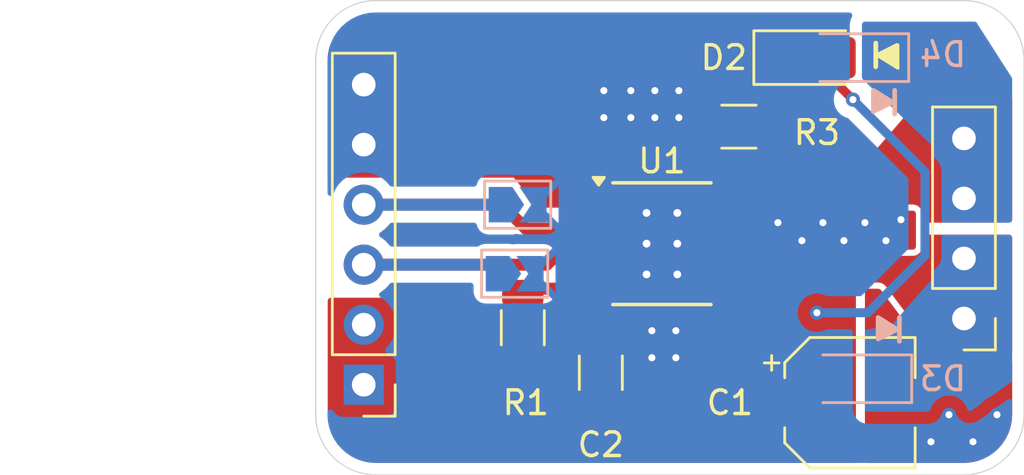
<source format=kicad_pcb>
(kicad_pcb (version 20240108) (generator "pcbnew") (generator_version "8.0")
  (layers (0 "F.Cu" signal) (31 "B.Cu" signal) (34 "B.Paste" user) (35 "F.Paste" user) (36 "B.SilkS" user "B.Silkscreen") (37 "F.SilkS" user "F.Silkscreen") (38 "B.Mask" user) (39 "F.Mask" user) (44 "Edge.Cuts" user))
  (net 0 "")
  (net 1 "GND")
  (net 2 "/DRV_C2")
  (net 3 "/DRV_C1")
  (net 4 "Net-(U1-ILIM)")
  (net 5 "/VM")
  (net 6 "Net-(D2-K)")
  (net 7 "Net-(D3-A1)")
  (net 8 "Net-(D4-A1)")
  (footprint "Capacitor_SMD:C_1206_3216Metric" (layer "F.Cu") (at 12.065 15.748 90)
    (property "Reference" "C2" (at -3.048 0 180) (layer "F.SilkS"))
    (property "Value" "47uF 50V" (hide yes))
    (fp_line (start -0.711252 -0.91) (end 0.711252 -0.91) (stroke (width 0.12)) (layer "F.SilkS"))
    (fp_line (start -0.711252 0.91) (end 0.711252 0.91) (stroke (width 0.12)) (layer "F.SilkS"))
    (pad "1" smd roundrect (at -1.475 0 90) (size 1.15 1.8) (layers "F.Cu" "F.Paste" "F.Mask") (roundrect_rratio 0.217391) (net 5 "/VM"))
    (pad "2" smd roundrect (at 1.475 0 90) (size 1.15 1.8) (layers "F.Cu" "F.Paste" "F.Mask") (roundrect_rratio 0.217391) (net 1 "GND"))
  )
  (footprint "Connector_PinHeader_2.54mm:PinHeader_1x04_P2.54mm_Vertical" (layer "F.Cu") (at 27.432 13.452 180)
    (property "Reference" "J4" (hide yes))
    (property "Value" "PINHD_1x4_Male" (hide yes))
    (fp_line (start 1.33 1.27) (end 1.33 8.95) (stroke (width 0.12)) (layer "F.SilkS"))
    (fp_line (start -1.33 8.95) (end 1.33 8.95) (stroke (width 0.12)) (layer "F.SilkS"))
    (fp_line (start -1.33 1.27) (end 1.33 1.27) (stroke (width 0.12)) (layer "F.SilkS"))
    (fp_line (start -1.33 1.27) (end -1.33 8.95) (stroke (width 0.12)) (layer "F.SilkS"))
    (fp_line (start -1.33 0) (end -1.33 -1.33) (stroke (width 0.12)) (layer "F.SilkS"))
    (fp_line (start -1.33 -1.33) (end 0 -1.33) (stroke (width 0.12)) (layer "F.SilkS"))
    (pad "1" thru_hole rect (at 0 0 180) (size 1.7 1.7) (drill 1) (layers "*.Cu" "*.Mask") (net 7 "Net-(D3-A1)"))
    (pad "2" thru_hole oval (at 0 2.54 180) (size 1.7 1.7) (drill 1) (layers "*.Cu" "*.Mask") (net 7 "Net-(D3-A1)"))
    (pad "3" thru_hole oval (at 0 5.08 180) (size 1.7 1.7) (drill 1) (layers "*.Cu" "*.Mask") (net 8 "Net-(D4-A1)"))
    (pad "4" thru_hole oval (at 0 7.62 180) (size 1.7 1.7) (drill 1) (layers "*.Cu" "*.Mask") (net 8 "Net-(D4-A1)"))
  )
  (footprint "Package_SO:Texas_HTSOP-8-1EP_3.9x4.9mm_P1.27mm_EP2.95x4.9mm_Mask2.4x3.1mm_ThermalVias" (layer "F.Cu") (at 14.651 10.287)
    (property "Reference" "U1" (at 0 -3.5 0) (layer "F.SilkS"))
    (property "Value" "DRV8871DDA" (hide yes))
    (fp_line (start -2.075 -2.575) (end 2.075 -2.575) (stroke (width 0.15)) (layer "F.SilkS"))
    (fp_line (start -2.075 2.575) (end 2.075 2.575) (stroke (width 0.15)) (layer "F.SilkS"))
    (fp_poly (pts (xy -2.675 -2.475) (xy -2.915 -2.805) (xy -2.435 -2.805) (xy -2.675 -2.475)) (stroke (width 0.12)) (fill solid) (layer "F.SilkS"))
    (pad "1" smd rect (at -2.875 -1.905) (size 2.2 0.5) (layers "F.Cu" "F.Paste" "F.Mask") (net 1 "GND"))
    (pad "2" smd rect (at -2.875 -0.635) (size 2.2 0.5) (layers "F.Cu" "F.Paste" "F.Mask") (net 2 "/DRV_C2"))
    (pad "3" smd rect (at -2.875 0.635) (size 2.2 0.5) (layers "F.Cu" "F.Paste" "F.Mask") (net 3 "/DRV_C1"))
    (pad "4" smd rect (at -2.875 1.905) (size 2.2 0.5) (layers "F.Cu" "F.Paste" "F.Mask") (net 4 "Net-(U1-ILIM)"))
    (pad "5" smd rect (at 2.875 1.905) (size 2.2 0.5) (layers "F.Cu" "F.Paste" "F.Mask") (net 5 "/VM"))
    (pad "6" smd rect (at 2.875 0.635) (size 2.2 0.5) (layers "F.Cu" "F.Paste" "F.Mask") (net 7 "Net-(D3-A1)"))
    (pad "7" smd rect (at 2.875 -0.635) (size 2.2 0.5) (layers "F.Cu" "F.Paste" "F.Mask") (net 1 "GND"))
    (pad "8" smd rect (at 2.875 -1.905) (size 2.2 0.5) (layers "F.Cu" "F.Paste" "F.Mask") (net 8 "Net-(D4-A1)"))
    (pad "9" thru_hole circle (at -0.65 -1.3) (size 0.63 0.63) (drill 0.33) (layers "*.Cu" "*.Mask") (net 1 "GND"))
    (pad "9" thru_hole circle (at -0.65 0) (size 0.63 0.63) (drill 0.33) (layers "*.Cu" "*.Mask") (net 1 "GND"))
    (pad "9" thru_hole circle (at -0.65 1.3) (size 0.63 0.63) (drill 0.33) (layers "*.Cu" "*.Mask") (net 1 "GND"))
    (pad "9" smd rect (at 0 0) (size 2.6 3.3) (layers "B.Cu") (net 1 "GND"))
    (pad "9" smd rect (at 0 0) (size 2.95 4.9) (layers "F.Cu") (net 1 "GND"))
    (pad "9" thru_hole circle (at 0.65 -1.3) (size 0.63 0.63) (drill 0.33) (layers "*.Cu" "*.Mask") (net 1 "GND"))
    (pad "9" thru_hole circle (at 0.65 0) (size 0.63 0.63) (drill 0.33) (layers "*.Cu" "*.Mask") (net 1 "GND"))
    (pad "9" thru_hole circle (at 0.65 1.3) (size 0.63 0.63) (drill 0.33) (layers "*.Cu" "*.Mask") (net 1 "GND"))
  )
  (footprint "Connector_PinHeader_2.54mm:PinHeader_1x06_P2.54mm_Vertical" (layer "F.Cu") (at 2.032 16.256 180)
    (property "Reference" "J6" (hide yes))
    (property "Value" "PINHD_1x6_Male" (hide yes))
    (fp_line (start 1.33 1.27) (end 1.33 14.03) (stroke (width 0.12)) (layer "F.SilkS"))
    (fp_line (start -1.33 14.03) (end 1.33 14.03) (stroke (width 0.12)) (layer "F.SilkS"))
    (fp_line (start -1.33 1.27) (end 1.33 1.27) (stroke (width 0.12)) (layer "F.SilkS"))
    (fp_line (start -1.33 1.27) (end -1.33 14.03) (stroke (width 0.12)) (layer "F.SilkS"))
    (fp_line (start -1.33 0) (end -1.33 -1.33) (stroke (width 0.12)) (layer "F.SilkS"))
    (fp_line (start -1.33 -1.33) (end 0 -1.33) (stroke (width 0.12)) (layer "F.SilkS"))
    (pad "1" thru_hole rect (at 0 0 180) (size 1.7 1.7) (drill 1) (layers "*.Cu" "*.Mask") (net 5 "/VM"))
    (pad "2" thru_hole oval (at 0 2.54 180) (size 1.7 1.7) (drill 1) (layers "*.Cu" "*.Mask") (net 5 "/VM"))
    (pad "3" thru_hole oval (at 0 5.08 180) (size 1.7 1.7) (drill 1) (layers "*.Cu" "*.Mask") (net 3 "/DRV_C1"))
    (pad "4" thru_hole oval (at 0 7.62 180) (size 1.7 1.7) (drill 1) (layers "*.Cu" "*.Mask") (net 2 "/DRV_C2"))
    (pad "5" thru_hole oval (at 0 10.16 180) (size 1.7 1.7) (drill 1) (layers "*.Cu" "*.Mask") (net 1 "GND"))
    (pad "6" thru_hole oval (at 0 12.7 180) (size 1.7 1.7) (drill 1) (layers "*.Cu" "*.Mask") (net 1 "GND"))
  )
  (footprint "LED_SMD:LED_1206_3216Metric" (layer "F.Cu") (at 20.825 2.413)
    (property "Reference" "D2" (at -3.553 0 0) (layer "F.SilkS"))
    (property "Value" "LED")
    (fp_line (start -2.285 -1.135) (end -2.285 1.135) (stroke (width 0.12)) (layer "F.SilkS"))
    (fp_line (start -2.285 1.135) (end 1.6 1.135) (stroke (width 0.12)) (layer "F.SilkS"))
    (fp_line (start 1.6 -1.135) (end -2.285 -1.135) (stroke (width 0.12)) (layer "F.SilkS"))
    (pad "1" smd roundrect (at -1.4 0) (size 1.25 1.75) (layers "F.Cu" "F.Paste" "F.Mask") (roundrect_rratio 0.2) (net 6 "Net-(D2-K)"))
    (pad "2" smd roundrect (at 1.4 0) (size 1.25 1.75) (layers "F.Cu" "F.Paste" "F.Mask") (roundrect_rratio 0.2) (net 5 "/VM"))
  )
  (footprint "Capacitor_SMD:CP_Elec_5x5.3" (layer "F.Cu") (at 22.606 17.018)
    (property "Reference" "C1" (at -5.08 0 0) (layer "F.SilkS"))
    (property "Value" "0.1uF 50V" (hide yes))
    (fp_line (start -3.625 -1.685) (end -3 -1.685) (stroke (width 0.12)) (layer "F.SilkS"))
    (fp_line (start -3.3125 -1.9975) (end -3.3125 -1.3725) (stroke (width 0.12)) (layer "F.SilkS"))
    (fp_line (start -2.76 -1.695563) (end -2.76 -1.06) (stroke (width 0.12)) (layer "F.SilkS"))
    (fp_line (start -2.76 -1.695563) (end -1.695563 -2.76) (stroke (width 0.12)) (layer "F.SilkS"))
    (fp_line (start -2.76 1.695563) (end -2.76 1.06) (stroke (width 0.12)) (layer "F.SilkS"))
    (fp_line (start -2.76 1.695563) (end -1.695563 2.76) (stroke (width 0.12)) (layer "F.SilkS"))
    (fp_line (start -1.695563 -2.76) (end 2.76 -2.76) (stroke (width 0.12)) (layer "F.SilkS"))
    (fp_line (start -1.695563 2.76) (end 2.76 2.76) (stroke (width 0.12)) (layer "F.SilkS"))
    (fp_line (start 2.76 -2.76) (end 2.76 -1.06) (stroke (width 0.12)) (layer "F.SilkS"))
    (fp_line (start 2.76 2.76) (end 2.76 1.06) (stroke (width 0.12)) (layer "F.SilkS"))
    (pad "1" smd roundrect (at -2.2 0) (size 3 1.6) (layers "F.Cu" "F.Paste" "F.Mask") (roundrect_rratio 0.15625) (net 5 "/VM"))
    (pad "2" smd roundrect (at 2.2 0) (size 3 1.6) (layers "F.Cu" "F.Paste" "F.Mask") (roundrect_rratio 0.15625) (net 1 "GND"))
  )
  (footprint "Resistor_SMD:R_1206_3216Metric" (layer "F.Cu") (at 17.907 5.334 180)
    (property "Reference" "R3" (at -3.302 -0.254 0) (layer "F.SilkS"))
    (property "Value" "1k" (hide yes))
    (fp_line (start -0.727064 0.91) (end 0.727064 0.91) (stroke (width 0.12)) (layer "F.SilkS"))
    (fp_line (start -0.727064 -0.91) (end 0.727064 -0.91) (stroke (width 0.12)) (layer "F.SilkS"))
    (pad "1" smd roundrect (at -1.4625 0 180) (size 1.125 1.75) (layers "F.Cu" "F.Paste" "F.Mask") (roundrect_rratio 0.222222) (net 6 "Net-(D2-K)"))
    (pad "2" smd roundrect (at 1.4625 0 180) (size 1.125 1.75) (layers "F.Cu" "F.Paste" "F.Mask") (roundrect_rratio 0.222222) (net 1 "GND"))
  )
  (footprint "Resistor_SMD:R_1206_3216Metric" (layer "F.Cu") (at 8.763 13.843 -90)
    (property "Reference" "R1" (at 3.175 -0.127 180) (layer "F.SilkS"))
    (property "Value" "32k")
    (fp_line (start -0.727064 0.91) (end 0.727064 0.91) (stroke (width 0.12)) (layer "F.SilkS"))
    (fp_line (start -0.727064 -0.91) (end 0.727064 -0.91) (stroke (width 0.12)) (layer "F.SilkS"))
    (pad "1" smd roundrect (at -1.4625 0 270) (size 1.125 1.75) (layers "F.Cu" "F.Paste" "F.Mask") (roundrect_rratio 0.222222) (net 4 "Net-(U1-ILIM)"))
    (pad "2" smd roundrect (at 1.4625 0 270) (size 1.125 1.75) (layers "F.Cu" "F.Paste" "F.Mask") (roundrect_rratio 0.222222) (net 1 "GND"))
  )
  (footprint "Diode_SMD:D_SMF" (layer "B.Cu") (at 22.86 16.002 180)
    (property "Reference" "D3" (at -3.683 0 0) (layer "B.SilkS") (effects (justify mirror)))
    (property "Value" "SMF15A" (hide yes))
    (fp_line (start 1.4 1.01) (end -2.36 1.01) (stroke (width 0.12)) (layer "B.SilkS"))
    (fp_line (start 1.4 -1.01) (end -2.36 -1.01) (stroke (width 0.12)) (layer "B.SilkS"))
    (fp_line (start -2.36 -1.01) (end -2.36 1.01) (stroke (width 0.12)) (layer "B.SilkS"))
    (pad "1" smd roundrect (at -1.45 0 180) (size 1.3 1.4) (layers "B.Cu" "B.Paste" "B.Mask") (roundrect_rratio 0.1923076923) (net 7 "Net-(D3-A1)"))
    (pad "2" smd roundrect (at 1.45 0 180) (size 1.3 1.4) (layers "B.Cu" "B.Paste" "B.Mask") (roundrect_rratio 0.1923076923) (net 1 "GND"))
  )
  (footprint "Diode_SMD:D_SMF" (layer "B.Cu") (at 22.733 2.413 180)
    (property "Reference" "D4" (at -3.81 0.127 0) (layer "B.SilkS") (effects (justify mirror)))
    (property "Value" "SMF15A" (hide yes))
    (fp_line (start 1.4 1.01) (end -2.36 1.01) (stroke (width 0.12)) (layer "B.SilkS"))
    (fp_line (start 1.4 -1.01) (end -2.36 -1.01) (stroke (width 0.12)) (layer "B.SilkS"))
    (fp_line (start -2.36 -1.01) (end -2.36 1.01) (stroke (width 0.12)) (layer "B.SilkS"))
    (pad "1" smd roundrect (at -1.45 0 180) (size 1.3 1.4) (layers "B.Cu" "B.Paste" "B.Mask") (roundrect_rratio 0.1923076923) (net 8 "Net-(D4-A1)"))
    (pad "2" smd roundrect (at 1.45 0 180) (size 1.3 1.4) (layers "B.Cu" "B.Paste" "B.Mask") (roundrect_rratio 0.1923076923) (net 1 "GND"))
  )
  (footprint "Jumper:SolderJumper-2_P1.3mm_Open_TrianglePad1.0x1.5mm" (layer "B.Cu") (at 8.546 8.636)
    (property "Reference" "JP1" (hide yes))
    (property "Value" "SolderJumper_2_Open" (hide yes))
    (fp_line (start -1.4 -1) (end 1.4 -1) (stroke (width 0.12)) (layer "B.SilkS"))
    (fp_line (start -1.4 1) (end -1.4 -1) (stroke (width 0.12)) (layer "B.SilkS"))
    (fp_line (start 1.4 -1) (end 1.4 1) (stroke (width 0.12)) (layer "B.SilkS"))
    (fp_line (start 1.4 1) (end -1.4 1) (stroke (width 0.12)) (layer "B.SilkS"))
    (pad "1" smd custom (at -0.725 0) (size 0.3 0.3) (layers "B.Cu" "B.Mask") (net 2 "/DRV_C2") (options (clearance outline) (anchor rect)) (primitives (gr_poly (pts (xy 1 0) (xy 0.5 -0.75) (xy -0.5 -0.75) (xy -0.5 0.75) (xy 0.5 0.75)) (width 0) (fill yes))))
    (pad "2" smd custom (at 0.725 0) (size 0.3 0.3) (layers "B.Cu" "B.Mask") (net 1 "GND") (options (clearance outline) (anchor rect)) (primitives (gr_poly (pts (xy 0.5 -0.75) (xy -0.65 -0.75) (xy -0.15 0) (xy -0.65 0.75) (xy 0.5 0.75)) (width 0) (fill yes))))
  )
  (footprint "Jumper:SolderJumper-2_P1.3mm_Open_TrianglePad1.0x1.5mm" (layer "B.Cu") (at 8.419 11.557)
    (property "Reference" "JP2" (hide yes))
    (property "Value" "SolderJumper_2_Open" (hide yes))
    (fp_line (start -1.4 -1) (end 1.4 -1) (stroke (width 0.12)) (layer "B.SilkS"))
    (fp_line (start -1.4 1) (end -1.4 -1) (stroke (width 0.12)) (layer "B.SilkS"))
    (fp_line (start 1.4 -1) (end 1.4 1) (stroke (width 0.12)) (layer "B.SilkS"))
    (fp_line (start 1.4 1) (end -1.4 1) (stroke (width 0.12)) (layer "B.SilkS"))
    (pad "1" smd custom (at -0.725 0) (size 0.3 0.3) (layers "B.Cu" "B.Mask") (net 3 "/DRV_C1") (options (clearance outline) (anchor rect)) (primitives (gr_poly (pts (xy 1 0) (xy 0.5 -0.75) (xy -0.5 -0.75) (xy -0.5 0.75) (xy 0.5 0.75)) (width 0) (fill yes))))
    (pad "2" smd custom (at 0.725 0) (size 0.3 0.3) (layers "B.Cu" "B.Mask") (net 1 "GND") (options (clearance outline) (anchor rect)) (primitives (gr_poly (pts (xy 0.5 -0.75) (xy -0.65 -0.75) (xy -0.15 0) (xy -0.65 0.75) (xy 0.5 0.75)) (width 0) (fill yes))))
  )
  (gr_poly (pts (xy 23.6 4.7) (xy 23.6 3.8) (xy 24.4 4.3)) (stroke (width 0.2)) (fill solid) (layer "B.SilkS"))
  (gr_line (start 24.5 4.8) (end 24.5 3.8) (stroke (width 0.2)) (layer "B.SilkS"))
  (gr_poly (pts (xy 23.8 14.316) (xy 23.8 13.416) (xy 24.6 13.916)) (stroke (width 0.2)) (fill solid) (layer "B.SilkS"))
  (gr_line (start 24.7 14.416) (end 24.7 13.416) (stroke (width 0.2)) (layer "B.SilkS"))
  (gr_poly (pts (xy 24.6 1.9) (xy 24.6 2.8) (xy 23.8 2.3)) (stroke (width 0.2)) (fill solid) (layer "F.SilkS"))
  (gr_line (start 23.7 1.8) (end 23.7 2.8) (stroke (width 0.2)) (layer "F.SilkS"))
  (gr_arc (start 29.972 17.526) (mid 29.228051 19.322051) (end 27.432 20.066) (stroke (width 0.05)) (layer "Edge.Cuts"))
  (gr_line (start 0 17.526) (end 0 2.54) (stroke (width 0.05)) (layer "Edge.Cuts"))
  (gr_arc (start 2.54 20.066) (mid 0.743949 19.322051) (end 0 17.526) (stroke (width 0.05)) (layer "Edge.Cuts"))
  (gr_arc (start 0 2.54) (mid 0.743949 0.743949) (end 2.54 0) (stroke (width 0.05)) (layer "Edge.Cuts"))
  (gr_line (start 2.54 0) (end 27.432 0) (stroke (width 0.05)) (layer "Edge.Cuts"))
  (gr_line (start 29.972 2.54) (end 29.972 17.526) (stroke (width 0.05)) (layer "Edge.Cuts"))
  (gr_line (start 27.432 20.066) (end 2.54 20.066) (stroke (width 0.05)) (layer "Edge.Cuts"))
  (gr_arc (start 27.432 0) (mid 29.228051 0.743949) (end 29.972 2.54) (stroke (width 0.05)) (layer "Edge.Cuts"))
  (via (at 12.192 3.81) (size 0.6) (drill 0.3) (layers "F.Cu" "B.Cu") (net 1))
  (via (at 15.367 3.81) (size 0.6) (drill 0.3) (layers "F.Cu" "B.Cu") (net 1))
  (via (at 24.13 10.16) (size 0.6) (drill 0.3) (layers "F.Cu" "B.Cu") (net 1))
  (via (at 15.24 13.97) (size 0.6) (drill 0.3) (layers "F.Cu" "B.Cu") (net 1))
  (via (at 19.558 9.398) (size 0.6) (drill 0.3) (layers "F.Cu" "B.Cu") (net 1))
  (via (at 24.765 9.271) (size 0.6) (drill 0.3) (layers "F.Cu" "B.Cu") (net 1))
  (via (at 26.035 18.669) (size 0.6) (drill 0.3) (layers "F.Cu" "B.Cu") (net 1))
  (via (at 13.335 4.953) (size 0.6) (drill 0.3) (layers "F.Cu" "B.Cu") (net 1))
  (via (at 21.463 9.398) (size 0.6) (drill 0.3) (layers "F.Cu" "B.Cu") (net 1))
  (via (at 14.224 13.97) (size 0.6) (drill 0.3) (layers "F.Cu" "B.Cu") (net 1))
  (via (at 28.829 17.526) (size 0.6) (drill 0.3) (layers "F.Cu" "B.Cu") (net 1))
  (via (at 13.335 3.81) (size 0.6) (drill 0.3) (layers "F.Cu" "B.Cu") (net 1))
  (via (at 23.241 9.398) (size 0.6) (drill 0.3) (layers "F.Cu" "B.Cu") (net 1))
  (via (at 27.813 18.669) (size 0.6) (drill 0.3) (layers "F.Cu" "B.Cu") (net 1))
  (via (at 26.797 17.526) (size 0.6) (drill 0.3) (layers "F.Cu" "B.Cu") (net 1))
  (via (at 14.351 4.953) (size 0.6) (drill 0.3) (layers "F.Cu" "B.Cu") (net 1))
  (via (at 14.351 3.81) (size 0.6) (drill 0.3) (layers "F.Cu" "B.Cu") (net 1))
  (via (at 12.192 4.953) (size 0.6) (drill 0.3) (layers "F.Cu" "B.Cu") (net 1))
  (via (at 15.24 15.113) (size 0.6) (drill 0.3) (layers "F.Cu" "B.Cu") (net 1))
  (via (at 22.352 10.16) (size 0.6) (drill 0.3) (layers "F.Cu" "B.Cu") (net 1))
  (via (at 20.574 10.16) (size 0.6) (drill 0.3) (layers "F.Cu" "B.Cu") (net 1))
  (via (at 15.367 4.953) (size 0.6) (drill 0.3) (layers "F.Cu" "B.Cu") (net 1))
  (via (at 14.224 15.113) (size 0.6) (drill 0.3) (layers "F.Cu" "B.Cu") (net 1))
  (segment (start 8.89 9.652) (end 7.874 8.636) (width 0.508) (layer "F.Cu") (net 2))
  (segment (start 5.08 8.636) (end 2.032 8.636) (width 0.508) (layer "F.Cu") (net 2))
  (segment (start 7.874 8.636) (end 5.08 8.636) (width 0.508) (layer "F.Cu") (net 2))
  (segment (start 11.776 9.652) (end 8.89 9.652) (width 0.508) (layer "F.Cu") (net 2))
  (segment (start 2.032 8.636) (end 7.812097 8.636) (width 0.508) (layer "B.Cu") (net 2))
  (segment (start 10.033 10.922) (end 9.779 11.176) (width 0.508) (layer "F.Cu") (net 3))
  (segment (start 9.779 11.176) (end 2.032 11.176) (width 0.508) (layer "F.Cu") (net 3))
  (segment (start 11.776 10.922) (end 10.033 10.922) (width 0.508) (layer "F.Cu") (net 3))
  (segment (start 7.313 11.176) (end 7.694 11.557) (width 0.508) (layer "B.Cu") (net 3))
  (segment (start 2.032 11.176) (end 7.313 11.176) (width 0.508) (layer "B.Cu") (net 3))
  (segment (start 8.9515 12.192) (end 8.763 12.3805) (width 0.2) (layer "F.Cu") (net 4))
  (segment (start 11.776 12.192) (end 8.9515 12.192) (width 0.508) (layer "F.Cu") (net 4))
  (segment (start 22.225 3.683) (end 22.225 2.413) (width 0.381) (layer "F.Cu") (net 5))
  (segment (start 22.733 4.191) (end 22.225 3.683) (width 0.381) (layer "F.Cu") (net 5))
  (via (at 22.733 4.191) (size 0.6) (drill 0.3) (layers "F.Cu" "B.Cu") (net 5))
  (via (at 21.209 13.208) (size 0.6) (drill 0.3) (layers "F.Cu" "B.Cu") (net 5))
  (segment (start 25.781 10.795) (end 23.368 13.208) (width 0.381) (layer "B.Cu") (net 5))
  (segment (start 25.781 7.239) (end 25.781 10.795) (width 0.381) (layer "B.Cu") (net 5))
  (segment (start 22.733 4.191) (end 25.781 7.239) (width 0.381) (layer "B.Cu") (net 5))
  (segment (start 23.368 13.208) (end 21.209 13.208) (width 0.381) (layer "B.Cu") (net 5))
  (segment (start 19.425 5.2785) (end 19.3695 5.334) (width 0.2) (layer "F.Cu") (net 6))
  (segment (start 19.425 2.413) (end 19.425 5.2785) (width 0.381) (layer "F.Cu") (net 6))
  (zone (net 8) (net_name "Net-(D4-A1)") (layer "F.Cu") (priority 1) (connect_pads yes (clearance 0.254)) (min_thickness 0.254) (fill yes (thermal_gap 0.5) (thermal_bridge_width 0.5))
    (polygon (pts (xy 29.718 4.064) (xy 29.718 9.398) (xy 25.4 9.398) (xy 25.4 8.89) (xy 16.383 8.89) (xy 16.383 7.874) (xy 22.352 7.874) (xy 25.654 4.064)))
  )
  (zone (net 5) (net_name "/VM") (layer "F.Cu") (priority 3) (connect_pads yes (clearance 0.254)) (min_thickness 0.254) (fill yes (thermal_gap 0.5) (thermal_bridge_width 0.5))
    (polygon (pts (xy 16.51 11.684) (xy 18.796 11.684) (xy 19.558 12.192) (xy 22.86 12.192) (xy 22.86 19.812) (xy 20.066 19.812) (xy 20.193 19.812) (xy 5.588 19.812) (xy 3.81 19.812) (xy 0.508 19.812) (xy 0.508 12.573) (xy 3.937 12.573) (xy 6.223 16.51) (xy 16.51 16.51)))
  )
  (zone (net 1) (net_name "GND") (layer "F.Cu") (priority 2) (connect_pads yes (clearance 0.254)) (min_thickness 0.254) (fill yes (thermal_gap 0.5) (thermal_bridge_width 0.5))
    (polygon (pts (xy 25.4 8.89) (xy 25.4 10.541) (xy 16.383 10.541) (xy 16.383 8.89)))
  )
  (zone (net 7) (net_name "Net-(D3-A1)") (layer "F.Cu") (connect_pads yes (clearance 0.254)) (min_thickness 0.254) (fill yes (thermal_gap 0.5) (thermal_bridge_width 0.5))
    (polygon (pts (xy 29.718 9.906) (xy 29.718 15.24) (xy 26.162 15.24) (xy 23.749 11.938) (xy 19.558 11.938) (xy 18.796 11.43) (xy 16.129 11.43) (xy 16.129 10.541) (xy 25.4 10.541) (xy 25.4 9.906)))
  )
  (zone (net 1) (net_name "GND") (layer "F.Cu") (priority 5) (connect_pads yes (clearance 0.254)) (min_thickness 0.254) (fill yes (thermal_gap 0.5) (thermal_bridge_width 0.5))
    (polygon (pts (xy 23.241 12.192) (xy 23.241 19.812) (xy 29.972 19.812) (xy 29.972 15.24) (xy 26.162 15.24) (xy 23.876 12.192)))
  )
  (zone (net 1) (net_name "GND") (layer "F.Cu") (priority 4) (connect_pads yes (clearance 0.254)) (min_thickness 0.254) (fill yes (thermal_gap 0.5) (thermal_bridge_width 0.5))
    (polygon (pts (xy 0.254 1.778) (xy 16.129 1.778) (xy 16.129 16.129) (xy 13.843 16.129) (xy 13.081 15.621) (xy 10.414 15.621) (xy 10.16 16.002) (xy 7.874 16.002) (xy 7.874 13.081) (xy 13.081 13.081) (xy 13.081 8.763) (xy 9.398 8.763) (xy 8.382 7.493) (xy 0.254 7.493)))
  )
  (zone (net 1) (net_name "GND") (layer "B.Cu") (priority 6) (connect_pads yes (clearance 0.508)) (min_thickness 0.254) (fill yes (thermal_gap 0.5) (thermal_bridge_width 0.5))
    (polygon (pts (xy 0 0) (xy 29.972 0) (xy 29.972 20.066) (xy 0 19.939)))
  )
  (zone (net 8) (net_name "Net-(D4-A1)") (layer "B.Cu") (priority 8) (connect_pads yes (clearance 0.508)) (min_thickness 0.25) (fill yes (thermal_gap 0.5) (thermal_bridge_width 0.5))
    (polygon (pts (xy 29.972 9.398) (xy 26.162 9.398) (xy 26.035 6.096) (xy 23.114 3.302) (xy 23.114 0.889) (xy 27.94 0.889) (xy 29.972 4.064)))
  )
  (zone (net 7) (net_name "Net-(D3-A1)") (layer "B.Cu") (priority 7) (connect_pads yes (clearance 0.508)) (min_thickness 0.25) (fill yes (thermal_gap 0.5) (thermal_bridge_width 0.5))
    (polygon (pts (xy 29.972 9.906) (xy 26.162 9.906) (xy 26.162 11.684) (xy 24.384 13.716) (xy 23.241 13.716) (xy 23.241 17.399) (xy 27.686 17.399) (xy 29.972 15.748)))
  )
)
</source>
